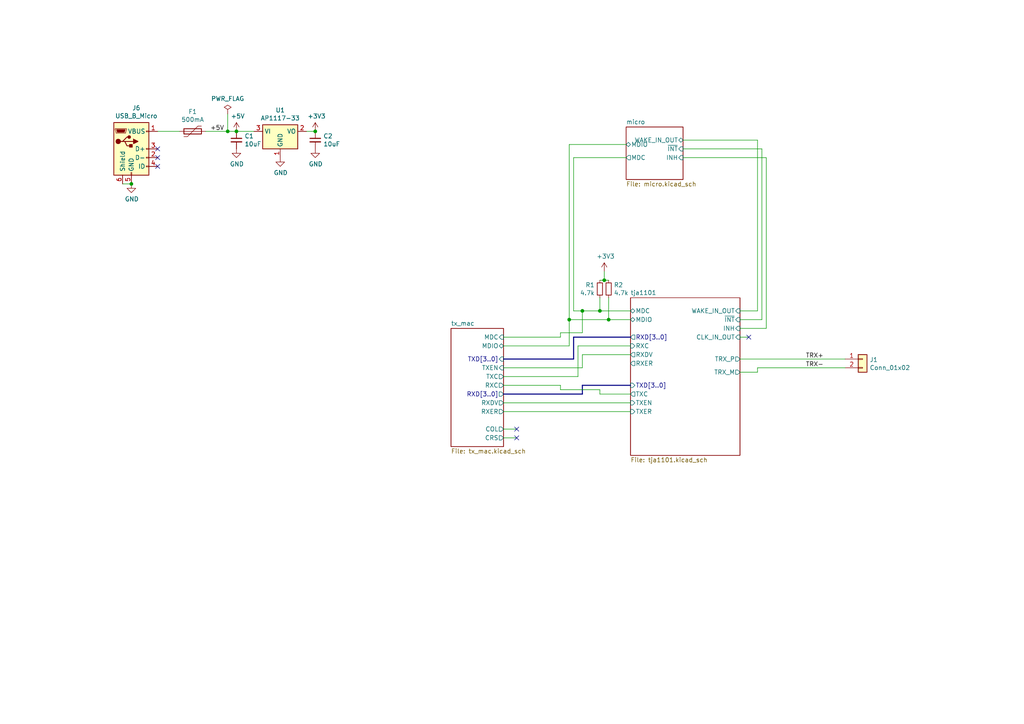
<source format=kicad_sch>
(kicad_sch (version 20231120) (generator "eeschema") (generator_version "8.0")
  (paper "A4")
  (title_block (rev "1.0"))
  (lib_symbols
    (symbol "100base-t1-converter-rescue:+3V3-power" (power) (pin_names (offset 0))
      (property "Value" "power_+3V3" (at 0 3.556 0))
      (symbol "+3V3-power_0_1"
        (polyline (pts (xy -0.762 1.27) (xy 0 2.54)))
        (polyline (pts (xy 0 0) (xy 0 2.54)))
        (polyline (pts (xy 0 2.54) (xy 0.762 1.27)))
      )
      (symbol "+3V3-power_1_1"
        (pin power_in line (at 0 0 90) (length 0) hide (name "+3V3") (number "1"))
      )
    )
    (symbol "100base-t1-converter-rescue:+5V-power" (power) (pin_names (offset 0))
      (property "Value" "power_+5V" (at 0 3.556 0))
      (symbol "+5V-power_0_1"
        (polyline (pts (xy -0.762 1.27) (xy 0 2.54)))
        (polyline (pts (xy 0 0) (xy 0 2.54)))
        (polyline (pts (xy 0 2.54) (xy 0.762 1.27)))
      )
      (symbol "+5V-power_1_1"
        (pin power_in line (at 0 0 90) (length 0) hide (name "+5V") (number "1"))
      )
    )
    (symbol "100base-t1-converter-rescue:GND-power" (power) (pin_names (offset 0))
      (property "Value" "power_GND" (at 0 -3.81 0))
      (symbol "GND-power_0_1"
        (polyline (pts (xy 0 0) (xy 0 -1.27) (xy 1.27 -1.27) (xy 0 -2.54) (xy -1.27 -1.27) (xy 0 -1.27)))
      )
      (symbol "GND-power_1_1"
        (pin power_in line (at 0 0 270) (length 0) hide (name "GND") (number "1"))
      )
    )
    (symbol "100base-t1-converter-rescue:PWR_FLAG-power" (power) (pin_numbers hide) (pin_names (offset 0) hide)
      (property "Value" "power_PWR_FLAG" (at 0 3.81 0))
      (symbol "PWR_FLAG-power_0_0"
        (pin power_out line (at 0 0 90) (length 0) (name "pwr") (number "1"))
      )
      (symbol "PWR_FLAG-power_0_1"
        (polyline (pts (xy 0 0) (xy 0 1.27) (xy -1.016 1.905) (xy 0 2.54) (xy 1.016 1.905) (xy 0 1.27)))
      )
    )
    (symbol "100base-t1-converter-rescue:USB_B_Micro-Connector" (pin_names (offset 1.016))
      (property "Reference" "J" (at -5.08 11.43 0))
      (property "Value" "Connector_USB_B_Micro" (at -5.08 8.89 0))
      (symbol "USB_B_Micro-Connector_0_1"
        (rectangle (start -5.08 -7.62) (end 5.08 7.62) (stroke (width 0.254)) (fill (type background)))
        (circle (center -3.81 2.159) (radius 0.635) (stroke (width 0.254)) (fill (type outline)))
        (circle (center -0.635 3.429) (radius 0.381) (stroke (width 0.254)) (fill (type outline)))
        (rectangle (start -0.127 -7.62) (end 0.127 -6.858))
        (polyline (pts (xy -1.905 2.159) (xy 0.635 2.159)) (stroke (width 0.254)))
        (polyline (pts (xy -3.175 2.159) (xy -2.54 2.159) (xy -1.27 3.429) (xy -0.635 3.429)) (stroke (width 0.254)))
        (polyline (pts (xy -2.54 2.159) (xy -1.905 2.159) (xy -1.27 0.889) (xy 0 0.889)) (stroke (width 0.254)))
        (polyline (pts (xy 0.635 2.794) (xy 0.635 1.524) (xy 1.905 2.159) (xy 0.635 2.794)) (stroke (width 0.254)) (fill (type outline)))
        (polyline (pts (xy -4.318 5.588) (xy -1.778 5.588) (xy -2.032 4.826) (xy -4.064 4.826) (xy -4.318 5.588)) (fill (type outline)))
        (polyline (pts (xy -4.699 5.842) (xy -4.699 5.588) (xy -4.445 4.826) (xy -4.445 4.572) (xy -1.651 4.572) (xy -1.651 4.826) (xy -1.397 5.588) (xy -1.397 5.842) (xy -4.699 5.842)))
        (rectangle (start 0.254 1.27) (end -0.508 0.508) (stroke (width 0.254)) (fill (type outline)))
        (rectangle (start 5.08 -5.207) (end 4.318 -4.953))
        (rectangle (start 5.08 -2.667) (end 4.318 -2.413))
        (rectangle (start 5.08 -0.127) (end 4.318 0.127))
        (rectangle (start 5.08 4.953) (end 4.318 5.207))
      )
      (symbol "USB_B_Micro-Connector_1_1"
        (pin power_out line (at 7.62 5.08 180) (length 2.54) (name "VBUS") (number "1"))
        (pin passive line (at 7.62 -2.54 180) (length 2.54) (name "D-") (number "2"))
        (pin passive line (at 7.62 0 180) (length 2.54) (name "D+") (number "3"))
        (pin passive line (at 7.62 -5.08 180) (length 2.54) (name "ID") (number "4"))
        (pin power_out line (at 0 -10.16 90) (length 2.54) (name "GND") (number "5"))
        (pin passive line (at -2.54 -10.16 90) (length 2.54) (name "Shield") (number "6"))
      )
    )
    (symbol "Connector_Generic:Conn_01x02" (pin_names (offset 1.016) hide)
      (property "Reference" "J" (at 0 2.54 0))
      (property "Value" "Conn_01x02" (at 0 -5.08 0))
      (symbol "Conn_01x02_1_1"
        (rectangle (start -1.27 -2.413) (end 0 -2.667) (stroke (width 0.1524)))
        (rectangle (start -1.27 0.127) (end 0 -0.127) (stroke (width 0.1524)))
        (rectangle (start -1.27 1.27) (end 1.27 -3.81) (stroke (width 0.254)) (fill (type background)))
        (pin passive line (at -5.08 0 0) (length 3.81) (name "Pin_1") (number "1"))
        (pin passive line (at -5.08 -2.54 0) (length 3.81) (name "Pin_2") (number "2"))
      )
    )
    (symbol "Device:C_Small" (pin_numbers hide) (pin_names (offset 0.254) hide)
      (property "Reference" "C" (at 0.254 1.778 0))
      (property "Value" "C_Small" (at 0.254 -2.032 0))
      (symbol "C_Small_0_1"
        (polyline (pts (xy -1.524 -0.508) (xy 1.524 -0.508)) (stroke (width 0.3302)))
        (polyline (pts (xy -1.524 0.508) (xy 1.524 0.508)) (stroke (width 0.3048)))
      )
      (symbol "C_Small_1_1"
        (pin passive line (at 0 2.54 270) (length 2.032) (name "~") (number "1"))
        (pin passive line (at 0 -2.54 90) (length 2.032) (name "~") (number "2"))
      )
    )
    (symbol "Device:Polyfuse" (pin_numbers hide) (pin_names (offset 0))
      (property "Reference" "F" (at -2.54 0 90))
      (property "Value" "Polyfuse" (at 2.54 0 90))
      (symbol "Polyfuse_0_1"
        (rectangle (start -0.762 2.54) (end 0.762 -2.54) (stroke (width 0.254)))
        (polyline (pts (xy 0 2.54) (xy 0 -2.54)))
        (polyline (pts (xy -1.524 2.54) (xy -1.524 1.524) (xy 1.524 -1.524) (xy 1.524 -2.54)))
      )
      (symbol "Polyfuse_1_1"
        (pin passive line (at 0 3.81 270) (length 1.27) (name "~") (number "1"))
        (pin passive line (at 0 -3.81 90) (length 1.27) (name "~") (number "2"))
      )
    )
    (symbol "Device:R_Small" (pin_numbers hide) (pin_names (offset 0.254) hide)
      (property "Reference" "R" (at 0.762 0.508 0))
      (property "Value" "R_Small" (at 0.762 -1.016 0))
      (symbol "R_Small_0_1"
        (rectangle (start -0.762 1.778) (end 0.762 -1.778) (stroke (width 0.2032)))
      )
      (symbol "R_Small_1_1"
        (pin passive line (at 0 2.54 270) (length 0.762) (name "~") (number "1"))
        (pin passive line (at 0 -2.54 90) (length 0.762) (name "~") (number "2"))
      )
    )
    (symbol "Regulator_Linear:AP1117-33"
      (property "Reference" "U" (at -3.81 3.175 0))
      (property "Value" "AP1117-33" (at 0 3.175 0))
      (symbol "AP1117-33_0_1"
        (rectangle (start -5.08 -5.08) (end 5.08 1.905) (stroke (width 0.254)) (fill (type background)))
      )
      (symbol "AP1117-33_1_1"
        (pin power_in line (at 0 -7.62 90) (length 2.54) (name "GND") (number "1"))
        (pin power_out line (at 7.62 0 180) (length 2.54) (name "VO") (number "2"))
        (pin power_in line (at -7.62 0 0) (length 2.54) (name "VI") (number "3"))
      )
    )
  )
  (junction (at 168.91 90.17))
  (junction (at 176.53 92.71))
  (junction (at 91.44 38.1))
  (junction (at 165.1 92.71))
  (junction (at 66.04 38.1))
  (junction (at 68.58 38.1))
  (junction (at 175.26 81.28))
  (junction (at 173.99 90.17))
  (junction (at 38.1 53.34))
  (no_connect (at 45.72 48.26))
  (no_connect (at 149.86 124.46))
  (no_connect (at 45.72 43.18))
  (no_connect (at 217.17 97.79))
  (no_connect (at 149.86 127))
  (no_connect (at 45.72 45.72))
  (bus (pts (xy 168.91 111.76) (xy 182.88 111.76)))
  (bus (pts (xy 182.88 97.79) (xy 166.37 97.79)))
  (wire (pts (xy 168.91 106.68) (xy 168.91 102.87)))
  (wire (pts (xy 176.53 92.71) (xy 176.53 86.36)))
  (wire (pts (xy 219.71 106.68) (xy 219.71 107.95)))
  (wire (pts (xy 219.71 40.64) (xy 198.12 40.64)))
  (wire (pts (xy 166.37 45.72) (xy 181.61 45.72)))
  (bus (pts (xy 168.91 114.3) (xy 168.91 111.76)))
  (wire (pts (xy 146.05 109.22) (xy 167.64 109.22)))
  (wire (pts (xy 173.99 113.03) (xy 173.99 114.3)))
  (wire (pts (xy 182.88 92.71) (xy 176.53 92.71)))
  (wire (pts (xy 220.98 43.18) (xy 220.98 92.71)))
  (wire (pts (xy 165.1 92.71) (xy 176.53 92.71)))
  (wire (pts (xy 198.12 43.18) (xy 220.98 43.18)))
  (bus (pts (xy 166.37 104.14) (xy 146.05 104.14)))
  (wire (pts (xy 146.05 116.84) (xy 182.88 116.84)))
  (wire (pts (xy 146.05 111.76) (xy 162.56 111.76)))
  (wire (pts (xy 167.64 109.22) (xy 167.64 100.33)))
  (wire (pts (xy 146.05 97.79) (xy 162.56 97.79)))
  (wire (pts (xy 168.91 96.52) (xy 168.91 90.17)))
  (wire (pts (xy 59.69 38.1) (xy 66.04 38.1)))
  (wire (pts (xy 219.71 90.17) (xy 219.71 40.64)))
  (wire (pts (xy 88.9 38.1) (xy 91.44 38.1)))
  (wire (pts (xy 219.71 107.95) (xy 214.63 107.95)))
  (wire (pts (xy 168.91 102.87) (xy 182.88 102.87)))
  (wire (pts (xy 175.26 78.74) (xy 175.26 81.28)))
  (wire (pts (xy 214.63 90.17) (xy 219.71 90.17)))
  (wire (pts (xy 146.05 127) (xy 149.86 127)))
  (wire (pts (xy 168.91 90.17) (xy 166.37 90.17)))
  (wire (pts (xy 222.25 95.25) (xy 214.63 95.25)))
  (wire (pts (xy 73.66 38.1) (xy 68.58 38.1)))
  (wire (pts (xy 45.72 38.1) (xy 52.07 38.1)))
  (wire (pts (xy 220.98 92.71) (xy 214.63 92.71)))
  (wire (pts (xy 198.12 45.72) (xy 222.25 45.72)))
  (wire (pts (xy 173.99 86.36) (xy 173.99 90.17)))
  (wire (pts (xy 162.56 97.79) (xy 162.56 96.52)))
  (wire (pts (xy 38.1 53.34) (xy 35.56 53.34)))
  (wire (pts (xy 222.25 45.72) (xy 222.25 95.25)))
  (bus (pts (xy 146.05 114.3) (xy 168.91 114.3)))
  (wire (pts (xy 245.11 106.68) (xy 219.71 106.68)))
  (wire (pts (xy 182.88 90.17) (xy 173.99 90.17)))
  (wire (pts (xy 66.04 38.1) (xy 68.58 38.1)))
  (wire (pts (xy 217.17 97.79) (xy 214.63 97.79)))
  (wire (pts (xy 173.99 114.3) (xy 182.88 114.3)))
  (wire (pts (xy 175.26 81.28) (xy 176.53 81.28)))
  (wire (pts (xy 214.63 104.14) (xy 245.11 104.14)))
  (wire (pts (xy 66.04 38.1) (xy 66.04 33.02)))
  (wire (pts (xy 146.05 124.46) (xy 149.86 124.46)))
  (wire (pts (xy 181.61 41.91) (xy 165.1 41.91)))
  (wire (pts (xy 173.99 90.17) (xy 168.91 90.17)))
  (wire (pts (xy 165.1 41.91) (xy 165.1 92.71)))
  (wire (pts (xy 146.05 119.38) (xy 182.88 119.38)))
  (bus (pts (xy 166.37 97.79) (xy 166.37 104.14)))
  (wire (pts (xy 162.56 113.03) (xy 173.99 113.03)))
  (wire (pts (xy 162.56 111.76) (xy 162.56 113.03)))
  (wire (pts (xy 165.1 100.33) (xy 146.05 100.33)))
  (wire (pts (xy 162.56 96.52) (xy 168.91 96.52)))
  (wire (pts (xy 167.64 100.33) (xy 182.88 100.33)))
  (wire (pts (xy 146.05 106.68) (xy 168.91 106.68)))
  (wire (pts (xy 173.99 81.28) (xy 175.26 81.28)))
  (wire (pts (xy 166.37 90.17) (xy 166.37 45.72)))
  (wire (pts (xy 165.1 92.71) (xy 165.1 100.33)))
  (label "TRX+" (at 233.68 104.14 0))
  (label "TRX-" (at 233.68 106.68 0))
  (label "+5V" (at 60.96 38.1 0))
  (symbol (lib_id "Regulator_Linear:AP1117-33") (at 81.28 38.1 0) (unit 1)
    (property "Reference" "U1" (at 81.28 31.9532 0))
    (property "Value" "AP1117-33" (at 81.28 34.2646 0))
    (property "Footprint" "Package_TO_SOT_SMD:SOT-223-3_TabPin2" (effects (hide yes)))
    (property "Datasheet" "http://www.diodes.com/datasheets/AP1117.pdf" (effects (hide yes)))
  )
  (symbol (lib_id "100base-t1-converter-rescue:GND-power") (at 81.28 45.72 0) (unit 1)
    (property "Reference" "#PWR0101" (effects (hide yes)))
    (property "Value" "GND" (at 81.407 50.1142 0))
  )
  (symbol (lib_id "Device:C_Small") (at 91.44 40.64 0) (unit 1)
    (property "Reference" "C2" (at 93.7768 39.4716 0) (effects (justify left)))
    (property "Value" "10uF" (at 93.7768 41.783 0) (effects (justify left)))
    (property "Footprint" "Capacitor_SMD:C_0603_1608Metric_Pad1.05x0.95mm_HandSolder" (effects (hide yes)))
  )
  (symbol (lib_id "Device:C_Small") (at 68.58 40.64 0) (unit 1)
    (property "Reference" "C1" (at 70.9168 39.4716 0) (effects (justify left)))
    (property "Value" "10uF" (at 70.9168 41.783 0) (effects (justify left)))
    (property "Footprint" "Capacitor_SMD:C_0603_1608Metric_Pad1.05x0.95mm_HandSolder" (effects (hide yes)))
  )
  (symbol (lib_id "100base-t1-converter-rescue:GND-power") (at 91.44 43.18 0) (unit 1)
    (property "Reference" "#PWR0102" (effects (hide yes)))
    (property "Value" "GND" (at 91.567 47.5742 0))
  )
  (symbol (lib_id "100base-t1-converter-rescue:GND-power") (at 68.58 43.18 0) (unit 1)
    (property "Reference" "#PWR0103" (effects (hide yes)))
    (property "Value" "GND" (at 68.707 47.5742 0))
  )
  (symbol (lib_id "100base-t1-converter-rescue:+5V-power") (at 68.58 38.1 0) (unit 1)
    (property "Reference" "#PWR0104" (effects (hide yes)))
    (property "Value" "+5V" (at 68.961 33.7058 0))
  )
  (symbol (lib_id "100base-t1-converter-rescue:+3V3-power") (at 91.44 38.1 0) (unit 1)
    (property "Reference" "#PWR0105" (effects (hide yes)))
    (property "Value" "+3V3" (at 91.821 33.7058 0))
  )
  (symbol (lib_id "Device:R_Small") (at 176.53 83.82 0) (unit 1)
    (property "Reference" "R2" (at 178.0286 82.6516 0) (effects (justify left)))
    (property "Value" "4.7k" (at 178.0286 84.963 0) (effects (justify left)))
    (property "Footprint" "Resistor_SMD:R_0603_1608Metric_Pad1.05x0.95mm_HandSolder" (effects (hide yes)))
  )
  (symbol (lib_id "Device:R_Small") (at 173.99 83.82 0) (mirror x) (unit 1)
    (property "Reference" "R1" (at 172.4914 82.6516 0) (effects (justify right)))
    (property "Value" "4.7k" (at 172.4914 84.963 0) (effects (justify right)))
    (property "Footprint" "Resistor_SMD:R_0603_1608Metric_Pad1.05x0.95mm_HandSolder" (effects (hide yes)))
  )
  (symbol (lib_id "100base-t1-converter-rescue:+3V3-power") (at 175.26 78.74 0) (unit 1)
    (property "Reference" "#PWR0113" (effects (hide yes)))
    (property "Value" "+3V3" (at 175.641 74.3458 0))
  )
  (symbol (lib_id "100base-t1-converter-rescue:USB_B_Micro-Connector") (at 38.1 43.18 0) (unit 1)
    (property "Reference" "J6" (at 39.5478 31.3182 0))
    (property "Value" "USB_B_Micro" (at 39.5478 33.6296 0))
    (property "Footprint" "custom:LCSC_C77238" (effects (hide yes)))
  )
  (symbol (lib_id "100base-t1-converter-rescue:GND-power") (at 38.1 53.34 0) (unit 1)
    (property "Reference" "#PWR0157" (effects (hide yes)))
    (property "Value" "GND" (at 38.227 57.7342 0))
  )
  (symbol (lib_id "Device:Polyfuse") (at 55.88 38.1 270) (unit 1)
    (property "Reference" "F1" (at 55.88 32.385 90))
    (property "Value" "500mA" (at 55.88 34.6964 90))
    (property "Footprint" "Fuse:Fuse_0805_2012Metric_Pad1.15x1.40mm_HandSolder" (effects (hide yes)))
  )
  (symbol (lib_id "100base-t1-converter-rescue:PWR_FLAG-power") (at 66.04 33.02 0) (unit 1)
    (property "Reference" "#FLG0101" (effects (hide yes)))
    (property "Value" "PWR_FLAG" (at 66.04 28.6258 0))
  )
  (symbol (lib_id "Connector_Generic:Conn_01x02") (at 250.19 104.14 0) (unit 1)
    (property "Reference" "J1" (at 252.222 104.3432 0) (effects (justify left)))
    (property "Value" "Conn_01x02" (at 252.222 106.6546 0) (effects (justify left)))
    (property "Footprint" "custom:SIP-2" (effects (hide yes)))
  )
  (sheet (at 182.88 86.36) (size 31.75 45.72)
    (property "Sheetname" "tja1101" (at 182.88 85.6484 0) (effects (justify left bottom)))
    (property "Sheetfile" "tja1101.kicad_sch" (at 182.88 132.6646 0) (effects (justify left top)))
    (pin "RXD[3..0]" output (at 182.88 97.79 180))
    (pin "TXD[3..0]" input (at 182.88 111.76 180))
    (pin "TXC" output (at 182.88 114.3 180))
    (pin "RXC" input (at 182.88 100.33 180))
    (pin "TXEN" input (at 182.88 116.84 180))
    (pin "TXER" input (at 182.88 119.38 180))
    (pin "RXDV" output (at 182.88 102.87 180))
    (pin "RXER" output (at 182.88 105.41 180))
    (pin "TRX_P" output (at 214.63 104.14 0))
    (pin "TRX_M" output (at 214.63 107.95 0))
    (pin "MDC" bidirectional (at 182.88 90.17 180))
    (pin "MDIO" bidirectional (at 182.88 92.71 180))
    (pin "WAKE_IN_OUT" input (at 214.63 90.17 0))
    (pin "~{INT}" input (at 214.63 92.71 0))
    (pin "INH" input (at 214.63 95.25 0))
    (pin "CLK_IN_OUT" input (at 214.63 97.79 0))
  )
  (sheet (at 181.61 36.83) (size 16.51 15.24)
    (property "Sheetname" "micro" (at 181.61 36.1184 0) (effects (justify left bottom)))
    (property "Sheetfile" "micro.kicad_sch" (at 181.61 52.6546 0) (effects (justify left top)))
    (pin "MDIO" bidirectional (at 181.61 41.91 180))
    (pin "MDC" output (at 181.61 45.72 180))
    (pin "WAKE_IN_OUT" bidirectional (at 198.12 40.64 0))
    (pin "~{INT}" input (at 198.12 43.18 0))
    (pin "INH" input (at 198.12 45.72 0))
  )
  (sheet (at 130.81 95.25) (size 15.24 34.29)
    (property "Sheetname" "tx_mac" (at 130.81 94.5384 0) (effects (justify left bottom)))
    (property "Sheetfile" "tx_mac.kicad_sch" (at 130.81 130.1246 0) (effects (justify left top)))
    (pin "MDC" input (at 146.05 97.79 0))
    (pin "MDIO" bidirectional (at 146.05 100.33 0))
    (pin "TXD[3..0]" input (at 146.05 104.14 0))
    (pin "RXD[3..0]" output (at 146.05 114.3 0))
    (pin "TXEN" input (at 146.05 106.68 0))
    (pin "TXC" output (at 146.05 109.22 0))
    (pin "RXC" output (at 146.05 111.76 0))
    (pin "RXDV" output (at 146.05 116.84 0))
    (pin "RXER" output (at 146.05 119.38 0))
    (pin "COL" output (at 146.05 124.46 0))
    (pin "CRS" output (at 146.05 127 0))
  )
)
</source>
